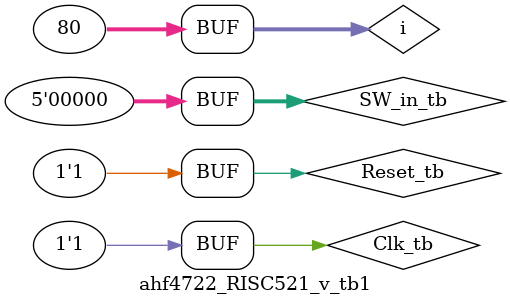
<source format=v>
`timescale 1ps/1ps

module ahf4722_RISC521_v_tb1;
	reg	Reset_tb, Clk_tb;
	reg	[4:0] SW_in_tb;
	wire [7:0] Disp_out_tb;
	integer i;

ahf4722_RISC521_v	dut	(Reset_tb, Clk_tb, SW_in_tb, Disp_out_tb);
	
initial	begin	
//----------------------------------------------------------------------------
//	Resetn_tb, Clock_tb, SW_in_tb, Display_out_tb
//----------------------------------------------------------------------------
//-- Test Vector 1 (40ns): Reset
//----------------------------------------------------------------------------
	apply_test_vector(0, 0, 5'b00000);
//----------------------------------------------------------------------------
//-- All other test vectors
//----------------------------------------------------------------------------
	for (i=0; i<80; i=i+1)
		apply_test_vector(1, 0, 5'b00000);
end

task apply_test_vector;
	input	Reset_int, Clk_int;
	input	[4:0] SW_in_int;
	
	begin
		Reset_tb = Reset_int; Clk_tb = Clk_int; 
		SW_in_tb = SW_in_int;
		#20000;
		Clk_tb = 1;
		#20000;
	end
endtask
endmodule

</source>
